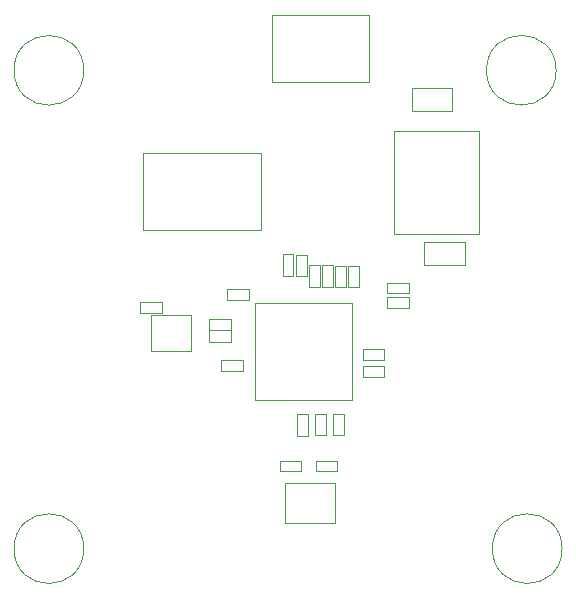
<source format=gbr>
G04 #@! TF.GenerationSoftware,KiCad,Pcbnew,8.0.5*
G04 #@! TF.CreationDate,2024-09-17T16:22:35-07:00*
G04 #@! TF.ProjectId,RP2040_PCB,52503230-3430-45f5-9043-422e6b696361,rev?*
G04 #@! TF.SameCoordinates,Original*
G04 #@! TF.FileFunction,Other,User*
%FSLAX46Y46*%
G04 Gerber Fmt 4.6, Leading zero omitted, Abs format (unit mm)*
G04 Created by KiCad (PCBNEW 8.0.5) date 2024-09-17 16:22:35*
%MOMM*%
%LPD*%
G01*
G04 APERTURE LIST*
%ADD10C,0.050000*%
G04 APERTURE END LIST*
D10*
G04 #@! TO.C,H2*
X174856066Y-81211781D02*
G75*
G02*
X168956066Y-81211781I-2950000J0D01*
G01*
X168956066Y-81211781D02*
G75*
G02*
X174856066Y-81211781I2950000J0D01*
G01*
G04 #@! TO.C,R5*
X155030000Y-97731781D02*
X155970000Y-97731781D01*
X155030000Y-99591781D02*
X155030000Y-97731781D01*
X155970000Y-97731781D02*
X155970000Y-99591781D01*
X155970000Y-99591781D02*
X155030000Y-99591781D01*
G04 #@! TO.C,H4*
X134856066Y-121711781D02*
G75*
G02*
X128956066Y-121711781I-2950000J0D01*
G01*
X128956066Y-121711781D02*
G75*
G02*
X134856066Y-121711781I2950000J0D01*
G01*
G04 #@! TO.C,C4*
X163706066Y-95731781D02*
X167106066Y-95731781D01*
X163706066Y-97691781D02*
X163706066Y-95731781D01*
X167106066Y-95731781D02*
X167106066Y-97691781D01*
X167106066Y-97691781D02*
X163706066Y-97691781D01*
G04 #@! TO.C,C15*
X146496066Y-105751781D02*
X148316066Y-105751781D01*
X146496066Y-106671781D02*
X146496066Y-105751781D01*
X148316066Y-105751781D02*
X148316066Y-106671781D01*
X148316066Y-106671781D02*
X146496066Y-106671781D01*
G04 #@! TO.C,C2*
X154496066Y-114251781D02*
X156316066Y-114251781D01*
X154496066Y-115171781D02*
X154496066Y-114251781D01*
X156316066Y-114251781D02*
X156316066Y-115171781D01*
X156316066Y-115171781D02*
X154496066Y-115171781D01*
G04 #@! TO.C,SW2*
X139861066Y-88211781D02*
X139861066Y-94711781D01*
X139861066Y-88211781D02*
X149861066Y-88211781D01*
X139861066Y-94711781D02*
X149861066Y-94711781D01*
X149861066Y-94711781D02*
X149861066Y-88211781D01*
G04 #@! TO.C,C13*
X154446066Y-110271781D02*
X155366066Y-110271781D01*
X154446066Y-112091781D02*
X154446066Y-110271781D01*
X155366066Y-110271781D02*
X155366066Y-112091781D01*
X155366066Y-112091781D02*
X154446066Y-112091781D01*
G04 #@! TO.C,C9*
X158470000Y-104790000D02*
X160290000Y-104790000D01*
X158470000Y-105710000D02*
X158470000Y-104790000D01*
X160290000Y-104790000D02*
X160290000Y-105710000D01*
X160290000Y-105710000D02*
X158470000Y-105710000D01*
G04 #@! TO.C,C10*
X160570000Y-100440000D02*
X162390000Y-100440000D01*
X160570000Y-101360000D02*
X160570000Y-100440000D01*
X162390000Y-100440000D02*
X162390000Y-101360000D01*
X162390000Y-101360000D02*
X160570000Y-101360000D01*
G04 #@! TO.C,C6*
X155946066Y-110291781D02*
X156866066Y-110291781D01*
X155946066Y-112111781D02*
X155946066Y-110291781D01*
X156866066Y-110291781D02*
X156866066Y-112111781D01*
X156866066Y-112111781D02*
X155946066Y-112111781D01*
G04 #@! TO.C,C16*
X157240000Y-97741781D02*
X158160000Y-97741781D01*
X157240000Y-99561781D02*
X157240000Y-97741781D01*
X158160000Y-97741781D02*
X158160000Y-99561781D01*
X158160000Y-99561781D02*
X157240000Y-99561781D01*
G04 #@! TO.C,R4*
X153930000Y-97710000D02*
X154870000Y-97710000D01*
X153930000Y-99570000D02*
X153930000Y-97710000D01*
X154870000Y-97710000D02*
X154870000Y-99570000D01*
X154870000Y-99570000D02*
X153930000Y-99570000D01*
G04 #@! TO.C,C11*
X158496066Y-106251781D02*
X160316066Y-106251781D01*
X158496066Y-107171781D02*
X158496066Y-106251781D01*
X160316066Y-106251781D02*
X160316066Y-107171781D01*
X160316066Y-107171781D02*
X158496066Y-107171781D01*
G04 #@! TO.C,C3*
X162656066Y-82731781D02*
X166056066Y-82731781D01*
X162656066Y-84691781D02*
X162656066Y-82731781D01*
X166056066Y-82731781D02*
X166056066Y-84691781D01*
X166056066Y-84691781D02*
X162656066Y-84691781D01*
G04 #@! TO.C,R6*
X145476066Y-102241781D02*
X147336066Y-102241781D01*
X145476066Y-103181781D02*
X145476066Y-102241781D01*
X147336066Y-102241781D02*
X147336066Y-103181781D01*
X147336066Y-103181781D02*
X145476066Y-103181781D01*
G04 #@! TO.C,C1*
X151476066Y-114251781D02*
X153296066Y-114251781D01*
X151476066Y-115171781D02*
X151476066Y-114251781D01*
X153296066Y-114251781D02*
X153296066Y-115171781D01*
X153296066Y-115171781D02*
X151476066Y-115171781D01*
G04 #@! TO.C,C14*
X160560000Y-99190000D02*
X162380000Y-99190000D01*
X160560000Y-100110000D02*
X160560000Y-99190000D01*
X162380000Y-99190000D02*
X162380000Y-100110000D01*
X162380000Y-100110000D02*
X160560000Y-100110000D01*
G04 #@! TO.C,C8*
X156140000Y-97750000D02*
X157060000Y-97750000D01*
X156140000Y-99570000D02*
X156140000Y-97750000D01*
X157060000Y-97750000D02*
X157060000Y-99570000D01*
X157060000Y-99570000D02*
X156140000Y-99570000D01*
G04 #@! TO.C,U1*
X161106066Y-86311781D02*
X161106066Y-95111781D01*
X161106066Y-95111781D02*
X168306066Y-95111781D01*
X168306066Y-86311781D02*
X161106066Y-86311781D01*
X168306066Y-95111781D02*
X168306066Y-86311781D01*
G04 #@! TO.C,C12*
X152840000Y-96810000D02*
X153760000Y-96810000D01*
X152840000Y-98630000D02*
X152840000Y-96810000D01*
X153760000Y-96810000D02*
X153760000Y-98630000D01*
X153760000Y-98630000D02*
X152840000Y-98630000D01*
G04 #@! TO.C,C5*
X139640000Y-100810000D02*
X141460000Y-100810000D01*
X139640000Y-101730000D02*
X139640000Y-100810000D01*
X141460000Y-100810000D02*
X141460000Y-101730000D01*
X141460000Y-101730000D02*
X139640000Y-101730000D01*
G04 #@! TO.C,C7*
X151690000Y-96781781D02*
X152610000Y-96781781D01*
X151690000Y-98601781D02*
X151690000Y-96781781D01*
X152610000Y-96781781D02*
X152610000Y-98601781D01*
X152610000Y-98601781D02*
X151690000Y-98601781D01*
G04 #@! TO.C,H1*
X134856066Y-81211781D02*
G75*
G02*
X128956066Y-81211781I-2950000J0D01*
G01*
X128956066Y-81211781D02*
G75*
G02*
X134856066Y-81211781I2950000J0D01*
G01*
G04 #@! TO.C,U4*
X140531066Y-104961781D02*
X140531066Y-101961781D01*
X143931066Y-101961781D02*
X140531066Y-101961781D01*
X143931066Y-104961781D02*
X140531066Y-104961781D01*
X143931066Y-104961781D02*
X143931066Y-101961781D01*
G04 #@! TO.C,U3*
X149348566Y-100891781D02*
X149348566Y-109131781D01*
X149348566Y-109131781D02*
X157588566Y-109131781D01*
X157588566Y-100891781D02*
X149348566Y-100891781D01*
X157588566Y-109131781D02*
X157588566Y-100891781D01*
G04 #@! TO.C,J2*
X150766066Y-76511781D02*
X150766066Y-82206781D01*
X150766066Y-76511781D02*
X159036066Y-76511781D01*
X159036066Y-82206781D02*
X150766066Y-82206781D01*
X159036066Y-82206781D02*
X159036066Y-76511781D01*
G04 #@! TO.C,Y1*
X151906066Y-116161781D02*
X151906066Y-119561781D01*
X151906066Y-119561781D02*
X156106066Y-119561781D01*
X156106066Y-116161781D02*
X151906066Y-116161781D01*
X156106066Y-119561781D02*
X156106066Y-116161781D01*
G04 #@! TO.C,H3*
X175356066Y-121711781D02*
G75*
G02*
X169456066Y-121711781I-2950000J0D01*
G01*
X169456066Y-121711781D02*
G75*
G02*
X175356066Y-121711781I2950000J0D01*
G01*
G04 #@! TO.C,R3*
X152936066Y-110291781D02*
X153876066Y-110291781D01*
X152936066Y-112151781D02*
X152936066Y-110291781D01*
X153876066Y-110291781D02*
X153876066Y-112151781D01*
X153876066Y-112151781D02*
X152936066Y-112151781D01*
G04 #@! TO.C,R2*
X145496066Y-103241781D02*
X147356066Y-103241781D01*
X145496066Y-104181781D02*
X145496066Y-103241781D01*
X147356066Y-103241781D02*
X147356066Y-104181781D01*
X147356066Y-104181781D02*
X145496066Y-104181781D01*
G04 #@! TO.C,R1*
X146986066Y-99741781D02*
X148846066Y-99741781D01*
X146986066Y-100681781D02*
X146986066Y-99741781D01*
X148846066Y-99741781D02*
X148846066Y-100681781D01*
X148846066Y-100681781D02*
X146986066Y-100681781D01*
G04 #@! TD*
M02*

</source>
